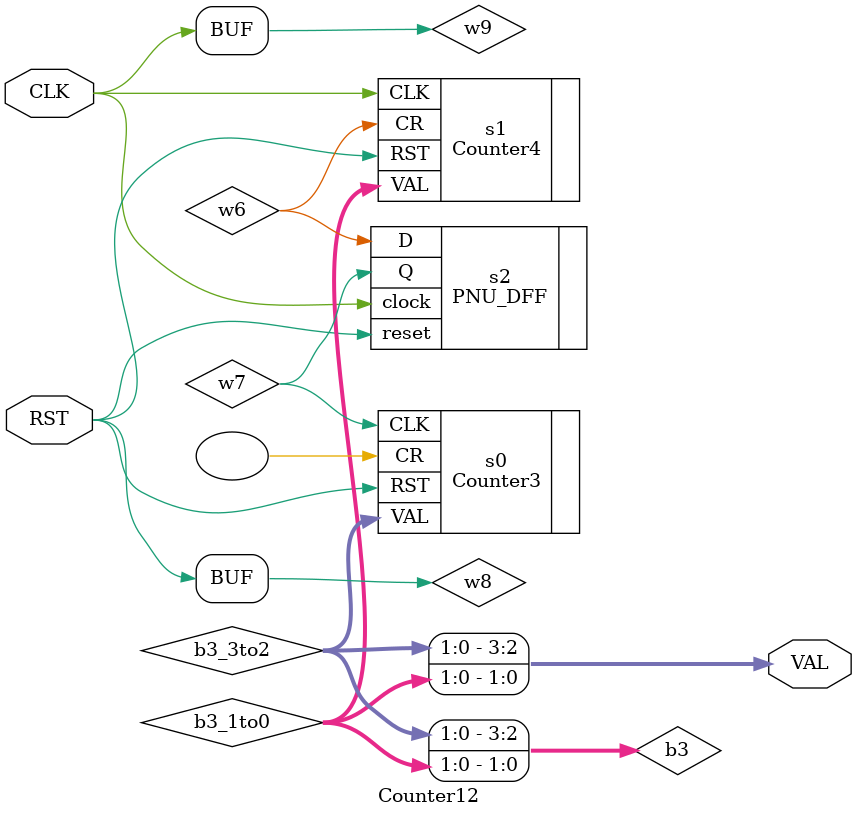
<source format=v>
module Counter12(RST,CLK,VAL);

input RST;
input CLK;
output [3:0] VAL;

wire [3:0] b3;
wire  w7;
wire  w6;
wire  w8;
wire  w9;
wire [1:0] b3_3to2;
wire [1:0] b3_1to0;

assign w8 = RST;
assign w9 = CLK;
assign VAL = b3;

assign b3[3:2] = b3_3to2[1:0];
assign b3[1:0] = b3_1to0[1:0];

Counter3
     s0 (
      .VAL(b3_3to2),
      .CLK(w7),
      .RST(w8),
      .CR());

Counter4
     s1 (
      .VAL(b3_1to0),
      .CR(w6),
      .RST(w8),
      .CLK(w9));

PNU_DFF
     s2 (
      .Q(w7),
      .D(w6),
      .reset(w8),
      .clock(w9));

endmodule


</source>
